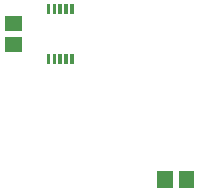
<source format=gbr>
G04 start of page 10 for group -4015 idx -4015 *
G04 Title: (unknown), toppaste *
G04 Creator: pcb 20110918 *
G04 CreationDate: Sun 03 Feb 2013 11:35:48 PM GMT UTC *
G04 For: petersen *
G04 Format: Gerber/RS-274X *
G04 PCB-Dimensions: 175000 175000 *
G04 PCB-Coordinate-Origin: lower left *
%MOIN*%
%FSLAX25Y25*%
%LNTOPPASTE*%
%ADD53R,0.0117X0.0117*%
%ADD52R,0.0512X0.0512*%
G54D52*X83957Y39393D02*Y38607D01*
X91043Y39393D02*Y38607D01*
G54D53*X45060Y80403D02*Y78105D01*
X47030Y80403D02*Y78105D01*
X49000Y80403D02*Y78105D01*
X50970Y80403D02*Y78105D01*
X52940Y80403D02*Y78105D01*
Y96895D02*Y94597D01*
X50970Y96895D02*Y94597D01*
X49000Y96895D02*Y94597D01*
X47030Y96895D02*Y94597D01*
X45060Y96895D02*Y94597D01*
G54D52*X33064Y91043D02*X33850D01*
X33064Y83957D02*X33850D01*
M02*

</source>
